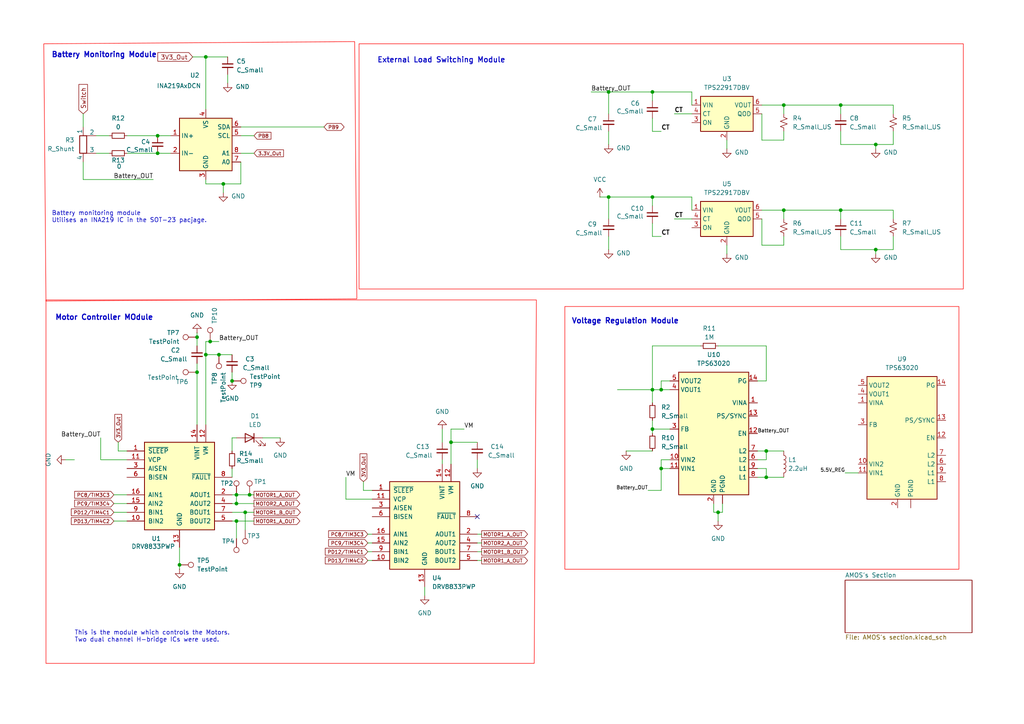
<source format=kicad_sch>
(kicad_sch (version 20250114) (generator "eeschema") (generator_version "9.0")
  (paper "A4")
  (title_block (title "Power Board") (date "2025-03-12") (company "University of Cape Town") (comment 1 "Amos Manganye MNGAMO004") (comment 2 "Nyakallo Peete PTXNYA001"))
  (lib_symbols
    (symbol "Connector:TestPoint" (pin_numbers (hide yes)) (pin_names (offset 0.762) (hide yes))
      (property "Reference" "TP" (at 0 6.858 0))
      (property "Value" "TestPoint" (at 0 5.08 0))
      (symbol "TestPoint_0_1"
        (circle (center 0 3.302) (radius 0.762))
      )
      (symbol "TestPoint_1_1"
        (pin passive line (at 0 0 90) (length 2.54) (name "1") (number "1"))
      )
    )
    (symbol "Device:C_Small" (pin_numbers (hide yes)) (pin_names (offset 0.254) (hide yes))
      (property "Reference" "C" (at 0.254 1.778 0))
      (property "Value" "C_Small" (at 0.254 -2.032 0))
      (symbol "C_Small_0_1"
        (polyline (pts (xy -1.524 0.508) (xy 1.524 0.508)) (stroke (width 0.3048)))
        (polyline (pts (xy -1.524 -0.508) (xy 1.524 -0.508)) (stroke (width 0.3302)))
      )
      (symbol "C_Small_1_1"
        (pin passive line (at 0 2.54 270) (length 2.032) (name "~") (number "1"))
        (pin passive line (at 0 -2.54 90) (length 2.032) (name "~") (number "2"))
      )
    )
    (symbol "Device:L" (pin_numbers (hide yes)) (pin_names (offset 1.016) (hide yes))
      (property "Reference" "L" (at -1.27 0 90))
      (property "Value" "L" (at 1.905 0 90))
      (symbol "L_0_1"
        (arc (start 0 2.54) (mid 0.6323 1.905) (end 0 1.27))
        (arc (start 0 1.27) (mid 0.6323 0.635) (end 0 0))
        (arc (start 0 0) (mid 0.6323 -0.635) (end 0 -1.27))
        (arc (start 0 -1.27) (mid 0.6323 -1.905) (end 0 -2.54))
      )
      (symbol "L_1_1"
        (pin passive line (at 0 3.81 270) (length 1.27) (name "1") (number "1"))
        (pin passive line (at 0 -3.81 90) (length 1.27) (name "2") (number "2"))
      )
    )
    (symbol "Device:LED" (pin_numbers (hide yes)) (pin_names (offset 1.016) (hide yes))
      (property "Reference" "D" (at 0 2.54 0))
      (property "Value" "LED" (at 0 -2.54 0))
      (symbol "LED_0_1"
        (polyline (pts (xy -3.048 -0.762) (xy -4.572 -2.286) (xy -3.81 -2.286) (xy -4.572 -2.286) (xy -4.572 -1.524)))
        (polyline (pts (xy -1.778 -0.762) (xy -3.302 -2.286) (xy -2.54 -2.286) (xy -3.302 -2.286) (xy -3.302 -1.524)))
        (polyline (pts (xy -1.27 0) (xy 1.27 0)))
        (polyline (pts (xy -1.27 -1.27) (xy -1.27 1.27)) (stroke (width 0.254)))
        (polyline (pts (xy 1.27 -1.27) (xy 1.27 1.27) (xy -1.27 0) (xy 1.27 -1.27)) (stroke (width 0.254)))
      )
      (symbol "LED_1_1"
        (pin passive line (at -3.81 0 0) (length 2.54) (name "K") (number "1"))
        (pin passive line (at 3.81 0 180) (length 2.54) (name "A") (number "2"))
      )
    )
    (symbol "Device:R_Shunt" (pin_numbers (hide yes)) (pin_names (offset 0))
      (property "Reference" "R" (at -4.445 0 90))
      (property "Value" "R_Shunt" (at -2.54 0 90))
      (symbol "R_Shunt_0_1"
        (rectangle (start -1.016 -2.54) (end 1.016 2.54) (stroke (width 0.254)))
        (polyline (pts (xy 0 -2.54) (xy 1.27 -2.54)))
        (polyline (pts (xy 1.27 2.54) (xy 0 2.54)))
      )
      (symbol "R_Shunt_1_1"
        (pin passive line (at 0 5.08 270) (length 2.54) (name "1") (number "1"))
        (pin passive line (at 0 -5.08 90) (length 2.54) (name "4") (number "4"))
        (pin passive line (at 3.81 2.54 180) (length 2.54) (name "2") (number "2"))
        (pin passive line (at 3.81 -2.54 180) (length 2.54) (name "3") (number "3"))
      )
    )
    (symbol "Device:R_Small" (pin_numbers (hide yes)) (pin_names (offset 0.254) (hide yes))
      (property "Reference" "R" (at 0.762 0.508 0))
      (property "Value" "R_Small" (at 0.762 -1.016 0))
      (symbol "R_Small_0_1"
        (rectangle (start -0.762 1.778) (end 0.762 -1.778) (stroke (width 0.2032)))
      )
      (symbol "R_Small_1_1"
        (pin passive line (at 0 2.54 270) (length 0.762) (name "~") (number "1"))
        (pin passive line (at 0 -2.54 90) (length 0.762) (name "~") (number "2"))
      )
    )
    (symbol "Device:R_Small_US" (pin_numbers (hide yes)) (pin_names (offset 0.254) (hide yes))
      (property "Reference" "R" (at 0.762 0.508 0))
      (property "Value" "R_Small_US" (at 0.762 -1.016 0))
      (symbol "R_Small_US_1_1"
        (polyline (pts (xy 0 1.524) (xy 1.016 1.143) (xy 0 0.762) (xy -1.016 0.381) (xy 0 0)))
        (polyline (pts (xy 0 0) (xy 1.016 -0.381) (xy 0 -0.762) (xy -1.016 -1.143) (xy 0 -1.524)))
        (pin passive line (at 0 2.54 270) (length 1.016) (name "~") (number "1"))
        (pin passive line (at 0 -2.54 90) (length 1.016) (name "~") (number "2"))
      )
    )
    (symbol "Driver_Motor:DRV8833PWP" (pin_names (offset 1.016))
      (property "Reference" "U" (at -3.81 16.51 0))
      (property "Value" "DRV8833PWP" (at -3.81 13.97 0))
      (symbol "DRV8833PWP_0_1"
        (rectangle (start -10.16 12.7) (end 10.16 -12.7) (stroke (width 0.254)) (fill (type background)))
      )
      (symbol "DRV8833PWP_1_1"
        (pin input line (at -15.24 10.16 0) (length 5.08) (name "~{SLEEP}") (number "1"))
        (pin bidirectional line (at -15.24 7.62 0) (length 5.08) (name "VCP") (number "11"))
        (pin bidirectional line (at -15.24 5.08 0) (length 5.08) (name "AISEN") (number "3"))
        (pin bidirectional line (at -15.24 2.54 0) (length 5.08) (name "BISEN") (number "6"))
        (pin input line (at -15.24 -2.54 0) (length 5.08) (name "AIN1") (number "16"))
        (pin input line (at -15.24 -5.08 0) (length 5.08) (name "AIN2") (number "15"))
        (pin input line (at -15.24 -7.62 0) (length 5.08) (name "BIN1") (number "9"))
        (pin input line (at -15.24 -10.16 0) (length 5.08) (name "BIN2") (number "10"))
        (pin power_in line (at 0 -17.78 90) (length 5.08) (name "GND") (number "13"))
        (pin passive line (at 0 -17.78 90) (length 5.08) (hide yes) (name "GND") (number "17"))
        (pin power_in line (at 5.08 17.78 270) (length 5.08) (name "VINT") (number "14"))
        (pin power_in line (at 7.62 17.78 270) (length 5.08) (name "VM") (number "12"))
        (pin open_collector line (at 15.24 2.54 180) (length 5.08) (name "~{FAULT}") (number "8"))
        (pin power_out line (at 15.24 -2.54 180) (length 5.08) (name "AOUT1") (number "2"))
        (pin power_out line (at 15.24 -5.08 180) (length 5.08) (name "AOUT2") (number "4"))
        (pin power_out line (at 15.24 -7.62 180) (length 5.08) (name "BOUT1") (number "7"))
        (pin power_out line (at 15.24 -10.16 180) (length 5.08) (name "BOUT2") (number "5"))
      )
    )
    (symbol "Power_Management:TPS22917DBV"
      (property "Reference" "U" (at -6.35 6.35 0))
      (property "Value" "TPS22917DBV" (at 2.54 6.35 0))
      (symbol "TPS22917DBV_0_1"
        (rectangle (start -7.62 5.08) (end 7.62 -5.08) (stroke (width 0.254)) (fill (type background)))
      )
      (symbol "TPS22917DBV_1_1"
        (pin power_in line (at -10.16 2.54 0) (length 2.54) (name "VIN") (number "1"))
        (pin output line (at -10.16 0 0) (length 2.54) (name "CT") (number "4"))
        (pin input line (at -10.16 -2.54 0) (length 2.54) (name "ON") (number "3"))
        (pin power_in line (at 0 -7.62 90) (length 2.54) (name "GND") (number "2"))
        (pin power_out line (at 10.16 2.54 180) (length 2.54) (name "VOUT") (number "6"))
        (pin open_collector line (at 10.16 0 180) (length 2.54) (name "QOD") (number "5"))
      )
    )
    (symbol "Sensor_Energy:INA219AxDCN"
      (property "Reference" "U" (at -6.35 8.89 0))
      (property "Value" "INA219AxDCN" (at 6.35 8.89 0))
      (symbol "INA219AxDCN_0_1"
        (rectangle (start -7.62 7.62) (end 7.62 -7.62) (stroke (width 0.254)) (fill (type background)))
      )
      (symbol "INA219AxDCN_1_1"
        (pin input line (at -10.16 2.54 0) (length 2.54) (name "IN+") (number "1"))
        (pin input line (at -10.16 -2.54 0) (length 2.54) (name "IN-") (number "2"))
        (pin power_in line (at 0 10.16 270) (length 2.54) (name "VS") (number "4"))
        (pin power_in line (at 0 -10.16 90) (length 2.54) (name "GND") (number "3"))
        (pin bidirectional line (at 10.16 5.08 180) (length 2.54) (name "SDA") (number "6"))
        (pin input line (at 10.16 2.54 180) (length 2.54) (name "SCL") (number "5"))
        (pin input line (at 10.16 -2.54 180) (length 2.54) (name "A1") (number "8"))
        (pin input line (at 10.16 -5.08 180) (length 2.54) (name "A0") (number "7"))
      )
    )
    (symbol "TPS43060RTE_1"
      (property "Reference" "U9" (at 0 22.86 0))
      (property "Value" "TPS63020" (at 0 20.32 0))
      (symbol "TPS43060RTE_1_1_1"
        (rectangle (start -10.16 17.78) (end 10.16 -17.78) (stroke (width 0.254)) (fill (type background)))
        (pin output line (at -12.7 15.24 0) (length 2.54) (name "VOUT2") (number "5"))
        (pin output line (at -12.7 12.7 0) (length 2.54) (name "VOUT1") (number "4"))
        (pin power_in line (at -12.7 10.16 0) (length 2.54) (name "VINA") (number "1"))
        (pin input line (at -12.7 3.81 0) (length 2.54) (name "FB") (number "3"))
        (pin input line (at -12.7 -7.62 0) (length 2.54) (name "VIN2") (number "10"))
        (pin power_in line (at -12.7 -10.16 0) (length 2.54) (name "VIN1") (number "11"))
        (pin unspecified line (at -1.27 -20.32 90) (length 2.54) (name "GND") (number "2"))
        (pin passive line (at 0 -20.32 90) (length 2.54) (hide yes) (name "AGND") (number "17"))
        (pin unspecified line (at 2.54 -20.32 90) (length 2.54) (name "PGND") (number ""))
        (pin output line (at 12.7 15.24 180) (length 2.54) (name "PG") (number "14"))
        (pin input line (at 12.7 5.08 180) (length 2.54) (name "PS/SYNC") (number "13"))
        (pin input line (at 12.7 0 180) (length 2.54) (name "EN") (number "12"))
        (pin input line (at 12.7 -5.08 180) (length 2.54) (name "L2") (number "7"))
        (pin input line (at 12.7 -7.62 180) (length 2.54) (name "L2") (number "6"))
        (pin input line (at 12.7 -10.16 180) (length 2.54) (name "L1") (number "9"))
        (pin input line (at 12.7 -12.7 180) (length 2.54) (name "L1") (number "8"))
      )
    )
    (symbol "TPS43060RTE_2"
      (property "Reference" "U10" (at 0 22.86 0))
      (property "Value" "TPS63020" (at 0 20.32 0))
      (symbol "TPS43060RTE_2_1_1"
        (rectangle (start -10.16 17.78) (end 10.16 -17.78) (stroke (width 0.254)) (fill (type background)))
        (pin output line (at -12.7 15.24 0) (length 2.54) (name "VOUT2") (number "5"))
        (pin output line (at -12.7 12.7 0) (length 2.54) (name "VOUT1") (number "4"))
        (pin input line (at -12.7 1.27 0) (length 2.54) (name "FB") (number "3"))
        (pin input line (at -12.7 -7.62 0) (length 2.54) (name "VIN2") (number "10"))
        (pin power_in line (at -12.7 -10.16 0) (length 2.54) (name "VIN1") (number "11"))
        (pin passive line (at 0 -20.32 90) (length 2.54) (hide yes) (name "AGND") (number "17"))
        (pin unspecified line (at 0 -20.32 90) (length 2.54) (name "GND") (number "2"))
        (pin unspecified line (at 2.54 -20.32 90) (length 2.54) (name "PGND") (number ""))
        (pin output line (at 12.7 15.24 180) (length 2.54) (name "PG") (number "14"))
        (pin power_in line (at 12.7 8.89 180) (length 2.54) (name "VINA") (number "1"))
        (pin input line (at 12.7 5.08 180) (length 2.54) (name "PS/SYNC") (number "13"))
        (pin input line (at 12.7 0 180) (length 2.54) (name "EN") (number "12"))
        (pin input line (at 12.7 -5.08 180) (length 2.54) (name "L2") (number "7"))
        (pin input line (at 12.7 -7.62 180) (length 2.54) (name "L2") (number "6"))
        (pin input line (at 12.7 -10.16 180) (length 2.54) (name "L1") (number "9"))
        (pin input line (at 12.7 -12.7 180) (length 2.54) (name "L1") (number "8"))
      )
    )
    (symbol "power:GND" (power) (pin_numbers (hide yes)) (pin_names (offset 0) (hide yes))
      (property "Value" "GND" (at 0 -3.81 0))
      (symbol "GND_0_1"
        (polyline (pts (xy 0 0) (xy 0 -1.27) (xy 1.27 -1.27) (xy 0 -2.54) (xy -1.27 -1.27) (xy 0 -1.27)))
      )
      (symbol "GND_1_1"
        (pin power_in line (at 0 0 270) (length 0) (name "~") (number "1"))
      )
    )
    (symbol "power:VCC" (power) (pin_numbers (hide yes)) (pin_names (offset 0) (hide yes))
      (property "Value" "VCC" (at 0 3.556 0))
      (symbol "VCC_0_1"
        (polyline (pts (xy -0.762 1.27) (xy 0 2.54)))
        (polyline (pts (xy 0 2.54) (xy 0.762 1.27)))
        (polyline (pts (xy 0 0) (xy 0 2.54)))
      )
      (symbol "VCC_1_1"
        (pin power_in line (at 0 0 90) (length 0) (name "~") (number "1"))
      )
    )
  )
  (text "Battery Monitoring Module" (at 30.226 16.002 0) (effects (font (size 1.524 1.524) (thickness 0.3048) (bold yes))))
  (text "Battery monitoring module\nUtilises an INA219 IC in the SOT-23 pacjage.\n" (at 14.986 61.214 0) (effects (font (size 1.27 1.27)) (justify left top)))
  (text "External Load Switching Module" (at 128.016 17.526 0) (effects (font (size 1.524 1.524) (thickness 0.254) (bold yes))))
  (text "This is the module which controls the Motors. \nTwo dual channel H-bridge ICs were used." (at 21.59 182.88 0) (effects (font (size 1.27 1.27)) (justify left top)))
  (text "Voltage Regulation Module" (at 181.356 93.218 0) (effects (font (size 1.524 1.524) (thickness 0.3048) (bold yes))))
  (text "Motor Controller MOdule" (at 30.226 92.202 0) (effects (font (size 1.524 1.524) (thickness 0.3048) (bold yes))))
  (junction (at 227.33 60.96))
  (junction (at 243.84 30.48))
  (junction (at 72.39 143.51))
  (junction (at 57.15 97.79))
  (junction (at 67.31 110.49))
  (junction (at 189.23 57.15))
  (junction (at 254 72.39))
  (junction (at 189.23 113.03))
  (junction (at 222.25 138.43))
  (junction (at 71.12 148.59))
  (junction (at 68.58 151.13))
  (junction (at 52.07 163.83))
  (junction (at 45.72 39.37))
  (junction (at 176.53 57.15))
  (junction (at 227.33 30.48))
  (junction (at 45.72 44.45))
  (junction (at 189.23 26.67))
  (junction (at 59.69 16.51))
  (junction (at 130.81 128.27))
  (junction (at 68.58 143.51))
  (junction (at 176.53 26.67))
  (junction (at 191.77 113.03))
  (junction (at 68.58 146.05))
  (junction (at 191.77 135.89))
  (junction (at 254 41.91))
  (junction (at 57.15 107.95))
  (junction (at 63.5 102.87))
  (junction (at 64.77 53.34))
  (junction (at 243.84 60.96))
  (junction (at 60.96 99.06))
  (junction (at 189.23 124.46))
  (junction (at 59.69 102.87))
  (junction (at 222.25 130.81))
  (junction (at 208.28 148.59))
  (no_connect (at 138.43 149.86))
  (wire (pts (xy 36.83 39.37) (xy 45.72 39.37)))
  (wire (pts (xy 220.98 60.96) (xy 227.33 60.96)))
  (wire (pts (xy 243.84 38.1) (xy 243.84 41.91)))
  (wire (pts (xy 219.71 130.81) (xy 222.25 130.81)))
  (wire (pts (xy 189.23 26.67) (xy 189.23 29.21)))
  (wire (pts (xy 194.31 124.46) (xy 189.23 124.46)))
  (wire (pts (xy 208.28 148.59) (xy 207.01 148.59)))
  (wire (pts (xy 68.58 146.05) (xy 73.66 146.05)))
  (wire (pts (xy 67.31 143.51) (xy 68.58 143.51)))
  (wire (pts (xy 220.98 30.48) (xy 227.33 30.48)))
  (wire (pts (xy 34.29 130.81) (xy 36.83 130.81)))
  (wire (pts (xy 59.69 99.06) (xy 59.69 102.87)))
  (wire (pts (xy 130.81 128.27) (xy 138.43 128.27)))
  (wire (pts (xy 44.45 52.07) (xy 24.13 52.07)))
  (wire (pts (xy 259.08 30.48) (xy 259.08 33.02)))
  (wire (pts (xy 52.07 158.75) (xy 52.07 163.83)))
  (wire (pts (xy 203.2 100.33) (xy 189.23 100.33)))
  (wire (pts (xy 189.23 26.67) (xy 200.66 26.67)))
  (wire (pts (xy 67.31 146.05) (xy 68.58 146.05)))
  (wire (pts (xy 171.45 26.67) (xy 176.53 26.67)))
  (wire (pts (xy 210.82 40.64) (xy 210.82 43.18)))
  (wire (pts (xy 33.02 143.51) (xy 36.83 143.51)))
  (wire (pts (xy 60.96 99.06) (xy 63.5 99.06)))
  (wire (pts (xy 219.71 138.43) (xy 222.25 138.43)))
  (wire (pts (xy 259.08 68.58) (xy 259.08 72.39)))
  (wire (pts (xy 259.08 72.39) (xy 254 72.39)))
  (wire (pts (xy 24.13 33.02) (xy 24.13 36.83)))
  (wire (pts (xy 189.23 64.77) (xy 189.23 68.58)))
  (wire (pts (xy 245.11 137.16) (xy 248.92 137.16)))
  (wire (pts (xy 208.28 151.13) (xy 208.28 148.59)))
  (wire (pts (xy 243.84 72.39) (xy 254 72.39)))
  (wire (pts (xy 222.25 130.81) (xy 222.25 133.35)))
  (wire (pts (xy 191.77 113.03) (xy 194.31 113.03)))
  (wire (pts (xy 67.31 127) (xy 67.31 130.81)))
  (wire (pts (xy 189.23 100.33) (xy 189.23 113.03)))
  (wire (pts (xy 67.31 148.59) (xy 71.12 148.59)))
  (wire (pts (xy 68.58 156.21) (xy 68.58 151.13)))
  (wire (pts (xy 57.15 105.41) (xy 57.15 107.95)))
  (wire (pts (xy 138.43 133.35) (xy 138.43 135.89)))
  (wire (pts (xy 59.69 52.07) (xy 59.69 53.34)))
  (wire (pts (xy 189.23 34.29) (xy 189.23 38.1)))
  (wire (pts (xy 210.82 71.12) (xy 210.82 73.66)))
  (wire (pts (xy 189.23 38.1) (xy 191.77 38.1)))
  (wire (pts (xy 128.27 124.46) (xy 128.27 128.27)))
  (wire (pts (xy 69.85 36.83) (xy 93.98 36.83)))
  (wire (pts (xy 59.69 16.51) (xy 66.04 16.51)))
  (wire (pts (xy 27.94 39.37) (xy 31.75 39.37)))
  (wire (pts (xy 191.77 135.89) (xy 194.31 135.89)))
  (wire (pts (xy 71.12 153.67) (xy 71.12 148.59)))
  (wire (pts (xy 259.08 60.96) (xy 259.08 63.5)))
  (wire (pts (xy 29.21 127) (xy 29.21 133.35)))
  (wire (pts (xy 138.43 160.02) (xy 139.7 160.02)))
  (wire (pts (xy 189.23 121.92) (xy 189.23 124.46)))
  (wire (pts (xy 106.68 154.94) (xy 107.95 154.94)))
  (wire (pts (xy 259.08 41.91) (xy 254 41.91)))
  (wire (pts (xy 34.29 128.27) (xy 34.29 130.81)))
  (wire (pts (xy 176.53 38.1) (xy 176.53 41.91)))
  (wire (pts (xy 27.94 44.45) (xy 31.75 44.45)))
  (wire (pts (xy 189.23 68.58) (xy 191.77 68.58)))
  (wire (pts (xy 191.77 135.89) (xy 191.77 142.24)))
  (wire (pts (xy 259.08 38.1) (xy 259.08 41.91)))
  (wire (pts (xy 24.13 52.07) (xy 24.13 46.99)))
  (wire (pts (xy 33.02 146.05) (xy 36.83 146.05)))
  (wire (pts (xy 138.43 154.94) (xy 139.7 154.94)))
  (wire (pts (xy 69.85 44.45) (xy 73.66 44.45)))
  (wire (pts (xy 220.98 40.64) (xy 227.33 40.64)))
  (wire (pts (xy 220.98 63.5) (xy 220.98 71.12)))
  (wire (pts (xy 243.84 30.48) (xy 259.08 30.48)))
  (wire (pts (xy 123.19 170.18) (xy 123.19 172.72)))
  (wire (pts (xy 209.55 146.05) (xy 209.55 148.59)))
  (wire (pts (xy 227.33 40.64) (xy 227.33 38.1)))
  (wire (pts (xy 67.31 107.95) (xy 67.31 110.49)))
  (wire (pts (xy 106.68 162.56) (xy 107.95 162.56)))
  (wire (pts (xy 100.33 138.43) (xy 100.33 144.78)))
  (wire (pts (xy 59.69 16.51) (xy 59.69 31.75)))
  (wire (pts (xy 100.33 144.78) (xy 107.95 144.78)))
  (wire (pts (xy 243.84 60.96) (xy 259.08 60.96)))
  (wire (pts (xy 33.02 151.13) (xy 36.83 151.13)))
  (wire (pts (xy 220.98 33.02) (xy 220.98 40.64)))
  (wire (pts (xy 243.84 41.91) (xy 254 41.91)))
  (wire (pts (xy 176.53 68.58) (xy 176.53 72.39)))
  (wire (pts (xy 227.33 71.12) (xy 227.33 68.58)))
  (wire (pts (xy 191.77 133.35) (xy 191.77 135.89)))
  (wire (pts (xy 219.71 135.89) (xy 222.25 135.89)))
  (wire (pts (xy 59.69 53.34) (xy 64.77 53.34)))
  (wire (pts (xy 195.58 33.02) (xy 200.66 33.02)))
  (wire (pts (xy 176.53 57.15) (xy 189.23 57.15)))
  (wire (pts (xy 57.15 96.52) (xy 57.15 97.79)))
  (wire (pts (xy 189.23 113.03) (xy 189.23 116.84)))
  (wire (pts (xy 227.33 30.48) (xy 243.84 30.48)))
  (wire (pts (xy 64.77 53.34) (xy 69.85 53.34)))
  (wire (pts (xy 191.77 110.49) (xy 194.31 110.49)))
  (wire (pts (xy 189.23 124.46) (xy 189.23 125.73)))
  (wire (pts (xy 222.25 110.49) (xy 222.25 100.33)))
  (wire (pts (xy 105.41 142.24) (xy 107.95 142.24)))
  (wire (pts (xy 33.02 148.59) (xy 36.83 148.59)))
  (wire (pts (xy 59.69 102.87) (xy 59.69 123.19)))
  (wire (pts (xy 59.69 99.06) (xy 60.96 99.06)))
  (wire (pts (xy 219.71 110.49) (xy 222.25 110.49)))
  (wire (pts (xy 179.07 113.03) (xy 189.23 113.03)))
  (wire (pts (xy 57.15 97.79) (xy 57.15 100.33)))
  (wire (pts (xy 138.43 162.56) (xy 139.7 162.56)))
  (wire (pts (xy 67.31 127) (xy 68.58 127)))
  (wire (pts (xy 106.68 160.02) (xy 107.95 160.02)))
  (wire (pts (xy 254 72.39) (xy 254 73.66)))
  (wire (pts (xy 220.98 71.12) (xy 227.33 71.12)))
  (wire (pts (xy 128.27 133.35) (xy 128.27 134.62)))
  (wire (pts (xy 195.58 63.5) (xy 200.66 63.5)))
  (wire (pts (xy 19.05 133.35) (xy 21.59 133.35)))
  (wire (pts (xy 130.81 124.46) (xy 134.62 124.46)))
  (wire (pts (xy 187.96 142.24) (xy 191.77 142.24)))
  (wire (pts (xy 76.2 127) (xy 81.28 127)))
  (wire (pts (xy 69.85 46.99) (xy 69.85 53.34)))
  (wire (pts (xy 200.66 26.67) (xy 200.66 30.48)))
  (wire (pts (xy 68.58 151.13) (xy 73.66 151.13)))
  (wire (pts (xy 64.77 55.88) (xy 64.77 53.34)))
  (wire (pts (xy 243.84 33.02) (xy 243.84 30.48)))
  (wire (pts (xy 36.83 44.45) (xy 45.72 44.45)))
  (wire (pts (xy 227.33 63.5) (xy 227.33 60.96)))
  (wire (pts (xy 173.99 57.15) (xy 176.53 57.15)))
  (wire (pts (xy 191.77 133.35) (xy 194.31 133.35)))
  (wire (pts (xy 207.01 146.05) (xy 207.01 148.59)))
  (wire (pts (xy 189.23 57.15) (xy 200.66 57.15)))
  (wire (pts (xy 72.39 143.51) (xy 73.66 143.51)))
  (wire (pts (xy 227.33 60.96) (xy 243.84 60.96)))
  (wire (pts (xy 243.84 68.58) (xy 243.84 72.39)))
  (wire (pts (xy 138.43 157.48) (xy 139.7 157.48)))
  (wire (pts (xy 105.41 139.7) (xy 105.41 142.24)))
  (wire (pts (xy 45.72 39.37) (xy 49.53 39.37)))
  (wire (pts (xy 200.66 57.15) (xy 200.66 60.96)))
  (wire (pts (xy 176.53 57.15) (xy 176.53 63.5)))
  (wire (pts (xy 68.58 143.51) (xy 68.58 146.05)))
  (wire (pts (xy 227.33 138.43) (xy 222.25 138.43)))
  (wire (pts (xy 57.15 107.95) (xy 57.15 123.19)))
  (wire (pts (xy 71.12 148.59) (xy 73.66 148.59)))
  (wire (pts (xy 68.58 143.51) (xy 72.39 143.51)))
  (wire (pts (xy 219.71 133.35) (xy 222.25 133.35)))
  (wire (pts (xy 176.53 26.67) (xy 176.53 33.02)))
  (wire (pts (xy 189.23 113.03) (xy 191.77 113.03)))
  (wire (pts (xy 59.69 102.87) (xy 63.5 102.87)))
  (wire (pts (xy 222.25 135.89) (xy 222.25 138.43)))
  (wire (pts (xy 52.07 163.83) (xy 52.07 165.1)))
  (wire (pts (xy 45.72 44.45) (xy 49.53 44.45)))
  (wire (pts (xy 55.88 16.51) (xy 59.69 16.51)))
  (wire (pts (xy 106.68 157.48) (xy 107.95 157.48)))
  (wire (pts (xy 189.23 130.81) (xy 181.61 130.81)))
  (wire (pts (xy 176.53 26.67) (xy 189.23 26.67)))
  (wire (pts (xy 69.85 39.37) (xy 73.66 39.37)))
  (wire (pts (xy 209.55 148.59) (xy 208.28 148.59)))
  (wire (pts (xy 243.84 63.5) (xy 243.84 60.96)))
  (wire (pts (xy 130.81 128.27) (xy 130.81 134.62)))
  (wire (pts (xy 222.25 130.81) (xy 227.33 130.81)))
  (wire (pts (xy 63.5 102.87) (xy 67.31 102.87)))
  (wire (pts (xy 227.33 33.02) (xy 227.33 30.48)))
  (wire (pts (xy 191.77 110.49) (xy 191.77 113.03)))
  (wire (pts (xy 29.21 133.35) (xy 36.83 133.35)))
  (wire (pts (xy 254 41.91) (xy 254 43.18)))
  (wire (pts (xy 222.25 100.33) (xy 208.28 100.33)))
  (wire (pts (xy 189.23 57.15) (xy 189.23 59.69)))
  (wire (pts (xy 67.31 151.13) (xy 68.58 151.13)))
  (wire (pts (xy 67.31 135.89) (xy 67.31 138.43)))
  (wire (pts (xy 66.04 21.59) (xy 66.04 24.13)))
  (wire (pts (xy 130.81 124.46) (xy 130.81 128.27)))
  (label "5.5V_REG" (at 245.11 137.16 180) (effects (font (size 1.016 1.016))))
  (label "Battery_OUT" (at 219.71 125.73 0) (effects (font (size 1.016 1.016))))
  (label "Battery_OUT" (at 187.96 142.24 180) (effects (font (size 1.016 1.016))))
  (label "CT" (at 195.58 33.02 0) (effects (font (thickness 0.254) (bold yes))))
  (label "CT" (at 191.77 38.1 0) (effects (font (thickness 0.254) (bold yes))))
  (label "CT" (at 195.58 63.5 0) (effects (font (thickness 0.254) (bold yes))))
  (label "Battery_OUT" (at 44.45 52.07 180))
  (label "Battery_OUT" (at 63.5 99.06 0))
  (label "VM" (at 100.33 138.43 0))
  (label "Battery_OUT" (at 171.45 26.67 0))
  (label "VM" (at 134.62 124.46 0))
  (label "Battery_OUT" (at 29.21 127 180))
  (label "CT" (at 191.77 68.58 0) (effects (font (thickness 0.254) (bold yes))))
  (global_label "PB9" (shape bidirectional) (at 93.98 36.83 0) (effects (font (size 1.016 1.016))) (property "Intersheetrefs" "${INTERSHEET_REFS}" (effects (hide yes))))
  (global_label "MOTOR2_A_OUT" (shape output) (at 73.66 146.05 0) (effects (font (size 1.016 1.016))) (property "Intersheetrefs" "${INTERSHEET_REFS}" (effects (hide yes))))
  (global_label "PC9{slash}TIM3C4" (shape input) (at 33.02 146.05 180) (effects (font (size 1.016 1.016))) (property "Intersheetrefs" "${INTERSHEET_REFS}" (effects (hide yes))))
  (global_label "PC9{slash}TIM3C4" (shape input) (at 106.68 157.48 180) (effects (font (size 1.016 1.016))) (property "Intersheetrefs" "${INTERSHEET_REFS}" (effects (hide yes))))
  (global_label "PC8{slash}TIM3C3" (shape input) (at 33.02 143.51 180) (effects (font (size 1.016 1.016))) (property "Intersheetrefs" "${INTERSHEET_REFS}" (effects (hide yes))))
  (global_label "PD13{slash}TIM4C2" (shape input) (at 106.68 162.56 180) (effects (font (size 1.016 1.016))) (property "Intersheetrefs" "${INTERSHEET_REFS}" (effects (hide yes))))
  (global_label "PB8" (shape input) (at 73.66 39.37 0) (effects (font (size 1.016 1.016))) (property "Intersheetrefs" "${INTERSHEET_REFS}" (effects (hide yes))))
  (global_label "3.3V_Out" (shape input) (at 73.66 44.45 0) (effects (font (size 1.016 1.016))) (property "Intersheetrefs" "${INTERSHEET_REFS}" (effects (hide yes))))
  (global_label "Switch" (shape input) (at 24.13 33.02 90) (property "Intersheetrefs" "${INTERSHEET_REFS}" (effects (hide yes))))
  (global_label "MOTOR2_A_OUT" (shape output) (at 139.7 157.48 0) (effects (font (size 1.016 1.016))) (property "Intersheetrefs" "${INTERSHEET_REFS}" (effects (hide yes))))
  (global_label "MOTOR1_A_OUT" (shape output) (at 73.66 143.51 0) (effects (font (size 1.016 1.016))) (property "Intersheetrefs" "${INTERSHEET_REFS}" (effects (hide yes))))
  (global_label "3V3_Out" (shape input) (at 34.29 128.27 90) (effects (font (size 1.016 1.016))) (property "Intersheetrefs" "${INTERSHEET_REFS}" (effects (hide yes))))
  (global_label "PD12{slash}TIM4C1" (shape input) (at 33.02 148.59 180) (effects (font (size 1.016 1.016))) (property "Intersheetrefs" "${INTERSHEET_REFS}" (effects (hide yes))))
  (global_label "PD12{slash}TIM4C1" (shape input) (at 106.68 160.02 180) (effects (font (size 1.016 1.016))) (property "Intersheetrefs" "${INTERSHEET_REFS}" (effects (hide yes))))
  (global_label "PD13{slash}TIM4C2" (shape input) (at 33.02 151.13 180) (effects (font (size 1.016 1.016))) (property "Intersheetrefs" "${INTERSHEET_REFS}" (effects (hide yes))))
  (global_label "MOTOR1_A_OUT" (shape output) (at 139.7 162.56 0) (effects (font (size 1.016 1.016))) (property "Intersheetrefs" "${INTERSHEET_REFS}" (effects (hide yes))))
  (global_label "PC8{slash}TIM3C3" (shape input) (at 106.68 154.94 180) (effects (font (size 1.016 1.016))) (property "Intersheetrefs" "${INTERSHEET_REFS}" (effects (hide yes))))
  (global_label "3V3_Out" (shape input) (at 105.41 139.7 90) (effects (font (size 1.016 1.016))) (property "Intersheetrefs" "${INTERSHEET_REFS}" (effects (hide yes))))
  (global_label "MOTOR1_B_OUT" (shape output) (at 73.66 148.59 0) (effects (font (size 1.016 1.016))) (property "Intersheetrefs" "${INTERSHEET_REFS}" (effects (hide yes))))
  (global_label "MOTOR1_A_OUT" (shape output) (at 139.7 154.94 0) (effects (font (size 1.016 1.016))) (property "Intersheetrefs" "${INTERSHEET_REFS}" (effects (hide yes))))
  (global_label "MOTOR1_B_OUT" (shape output) (at 139.7 160.02 0) (effects (font (size 1.016 1.016))) (property "Intersheetrefs" "${INTERSHEET_REFS}" (effects (hide yes))))
  (global_label "MOTOR1_A_OUT" (shape output) (at 73.66 151.13 0) (effects (font (size 1.016 1.016))) (property "Intersheetrefs" "${INTERSHEET_REFS}" (effects (hide yes))))
  (global_label "3V3_Out" (shape input) (at 55.88 16.51 180) (property "Intersheetrefs" "${INTERSHEET_REFS}" (effects (hide yes))))
  (rule_area (polyline (pts (xy 13.335 87.3124) (xy 103.505 86.6774) (xy 102.87 12.065) (xy 12.7 12.7))))
  (rule_area (polyline (pts (xy 13.335 192.405) (xy 93.345 192.405) (xy 154.94 192.405) (xy 155.575 86.995) (xy 92.075 86.995) (xy 13.335 86.995) (xy 13.335 112.395))))
  (rule_area (polyline (pts (xy 163.83 88.9) (xy 278.13 88.9) (xy 278.13 162.56) (xy 278.13 165.1) (xy 163.83 165.1) (xy 163.83 90.17))))
  (rule_area (polyline (pts (xy 104.14 12.7) (xy 104.14 83.82) (xy 279.4 83.82) (xy 279.4 12.7) (xy 278.13 12.7))))
  (symbol (lib_id "power:GND") (at 64.77 55.88 0) (unit 1)
    (property "Reference" "#PWR012" (effects (hide yes)))
    (property "Value" "GND" (at 69.088 56.896 0))
    (property "Description" "Power symbol creates a global label with name \"GND\" , ground" (effects (hide yes)))
  )
  (symbol (lib_id "power:GND") (at 67.31 110.49 0) (unit 1)
    (property "Reference" "#PWR09" (effects (hide yes)))
    (property "Value" "GND" (at 67.31 115.57 0))
    (property "Description" "Power symbol creates a global label with name \"GND\" , ground" (effects (hide yes)))
  )
  (symbol (lib_id "Power_Management:TPS22917DBV") (at 210.82 63.5 0) (unit 1)
    (property "Reference" "U5" (at 210.82 53.34 0))
    (property "Value" "TPS22917DBV" (at 210.82 55.88 0))
    (property "Footprint" "Package_TO_SOT_SMD:SOT-23-6" (effects (hide yes)))
    (property "Datasheet" "http://www.ti.com/lit/ds/symlink/tps22917.pdf" (effects (hide yes)))
    (property "Description" "1V to 5.5V, 2A, 80mΩ Ultra-Low Leakage Load Switch, SOT23-6" (effects (hide yes)))
  )
  (symbol (lib_id "Device:R_Small") (at 34.29 39.37 90) (unit 1)
    (property "Reference" "R12" (at 34.29 34.29 90))
    (property "Value" "0" (at 34.29 36.83 90))
    (property "Description" "Resistor, small symbol" (effects (hide yes)))
  )
  (symbol (lib_id "power:GND") (at 128.27 124.46 180) (unit 1)
    (property "Reference" "#PWR023" (effects (hide yes)))
    (property "Value" "GND" (at 128.27 119.38 0))
    (property "Description" "Power symbol creates a global label with name \"GND\" , ground" (effects (hide yes)))
  )
  (symbol (lib_id "Device:C_Small") (at 67.31 105.41 0) (unit 1)
    (property "Reference" "C3" (at 71.12 104.14 0) (effects (justify left)))
    (property "Value" "C_Small" (at 70.358 106.68 0) (effects (justify left)))
    (property "Description" "Unpolarized capacitor, small symbol" (effects (hide yes)))
  )
  (symbol (lib_id "Device:L") (at 227.33 134.62 0) (unit 1)
    (property "Reference" "L1" (at 228.6 133.3499 0) (effects (justify left)))
    (property "Value" "2.2uH" (at 228.6 135.8899 0) (effects (justify left)))
    (property "Description" "Inductor" (effects (hide yes)))
  )
  (symbol (lib_id "Connector:TestPoint") (at 71.12 153.67 180) (unit 1)
    (property "Reference" "TP3" (at 75.438 155.448 0) (effects (justify left)))
    (property "Value" "TestPoint" (effects (hide yes)))
    (property "Description" "test point" (effects (hide yes)))
  )
  (symbol (lib_id "Connector:TestPoint") (at 60.96 99.06 0) (mirror y) (unit 1)
    (property "Reference" "TP10" (at 62.2301 93.98 90) (effects (justify left)))
    (property "Value" "TestPoint" (effects (hide yes)))
    (property "Description" "test point" (effects (hide yes)))
  )
  (symbol (lib_name "TPS43060RTE_2") (lib_id "Converter_DCDC:TPS43060RTE") (at 207.01 125.73 0) (unit 1)
    (property "Reference" "U10" (at 207.01 102.87 0))
    (property "Value" "TPS63020" (at 207.01 105.41 0))
    (property "Footprint" "Package_DFN_QFN:Texas_S-PWQFN-N16_EP1.2x0.8mm_ThermalVias" (effects (hide yes)))
    (property "Datasheet" "chrome-https://jlcpcb.com/api/file/downloadByFileSystemAccessId/8588881940225540096" (effects (hide yes)))
    (property "Description" "Low Quiescent Current Synchronous Boost DC-DC Controller, 7.5V Gate Driver,  Input 4.5 to 38V, Output Vin to 58V, WQFN-16" (effects (hide yes)))
    (property "LCSC" "C15483" (effects (hide yes)))
  )
  (symbol (lib_id "Connector:TestPoint") (at 57.15 107.95 90) (unit 1)
    (property "Reference" "TP6" (at 52.832 110.744 90))
    (property "Value" "TestPoint" (at 47.244 109.474 90))
    (property "Description" "test point" (effects (hide yes)))
  )
  (symbol (lib_id "Device:R_Small_US") (at 227.33 66.04 0) (unit 1)
    (property "Reference" "R6" (at 229.87 64.7699 0) (effects (justify left)))
    (property "Value" "R_Small_US" (at 229.87 67.3099 0) (effects (justify left)))
    (property "Description" "Resistor, small US symbol" (effects (hide yes)))
  )
  (symbol (lib_id "power:GND") (at 52.07 165.1 0) (unit 1)
    (property "Reference" "#PWR01" (effects (hide yes)))
    (property "Value" "GND" (at 52.07 170.18 0))
    (property "Description" "Power symbol creates a global label with name \"GND\" , ground" (effects (hide yes)))
  )
  (symbol (lib_id "Device:R_Small") (at 189.23 128.27 0) (unit 1)
    (property "Reference" "R10" (at 191.77 126.9999 0) (effects (justify left)))
    (property "Value" "R_Small" (at 191.77 129.5399 0) (effects (justify left)))
    (property "Description" "Resistor, small symbol" (effects (hide yes)))
  )
  (symbol (lib_id "Connector:TestPoint") (at 68.58 143.51 0) (unit 1)
    (property "Reference" "TP2" (at 64.008 140.208 0) (effects (justify left)))
    (property "Value" "TestPoint" (effects (hide yes)))
    (property "Description" "test point" (effects (hide yes)))
  )
  (symbol (lib_id "Connector:TestPoint") (at 72.39 143.51 0) (unit 1)
    (property "Reference" "TP1" (at 73.66 139.7 0) (effects (justify left)))
    (property "Value" "TestPoint" (effects (hide yes)))
    (property "Description" "test point" (effects (hide yes)))
  )
  (symbol (lib_id "power:GND") (at 66.04 24.13 0) (unit 1)
    (property "Reference" "#PWR010" (effects (hide yes)))
    (property "Value" "GND" (at 70.358 25.146 0))
    (property "Description" "Power symbol creates a global label with name \"GND\" , ground" (effects (hide yes)))
  )
  (symbol (lib_id "power:VCC") (at 173.99 57.15 0) (unit 1)
    (property "Reference" "#PWR017" (effects (hide yes)))
    (property "Value" "VCC" (at 173.99 52.07 0))
    (property "Description" "Power symbol creates a global label with name \"VCC\"" (effects (hide yes)))
  )
  (symbol (lib_id "Device:C_Small") (at 128.27 130.81 0) (unit 1)
    (property "Reference" "C13" (at 120.65 129.5462 0) (effects (justify left)))
    (property "Value" "C_Small" (at 117.602 132.08 0) (effects (justify left)))
    (property "Description" "Unpolarized capacitor, small symbol" (effects (hide yes)))
  )
  (symbol (lib_id "Device:C_Small") (at 66.04 19.05 0) (unit 1)
    (property "Reference" "C5" (at 68.58 17.7862 0) (effects (justify left)))
    (property "Value" "C_Small" (at 68.58 20.3262 0) (effects (justify left)))
    (property "Description" "Unpolarized capacitor, small symbol" (effects (hide yes)))
  )
  (symbol (lib_id "Device:R_Small_US") (at 259.08 66.04 0) (unit 1)
    (property "Reference" "R7" (at 261.62 64.7699 0) (effects (justify left)))
    (property "Value" "R_Small_US" (at 261.62 67.3099 0) (effects (justify left)))
    (property "Description" "Resistor, small US symbol" (effects (hide yes)))
  )
  (symbol (lib_id "Device:R_Small_US") (at 259.08 35.56 0) (unit 1)
    (property "Reference" "R5" (at 261.62 34.2899 0) (effects (justify left)))
    (property "Value" "R_Small_US" (at 261.62 36.8299 0) (effects (justify left)))
    (property "Description" "Resistor, small US symbol" (effects (hide yes)))
  )
  (symbol (lib_id "Device:R_Small") (at 205.74 100.33 90) (unit 1)
    (property "Reference" "R11" (at 205.74 95.25 90))
    (property "Value" "1M" (at 205.74 97.79 90))
    (property "Description" "Resistor, small symbol" (effects (hide yes)))
  )
  (symbol (lib_id "Device:C_Small") (at 176.53 66.04 0) (unit 1)
    (property "Reference" "C9" (at 170.434 65.024 0) (effects (justify left)))
    (property "Value" "C_Small" (at 166.878 67.564 0) (effects (justify left)))
    (property "Description" "Unpolarized capacitor, small symbol" (effects (hide yes)))
  )
  (symbol (lib_id "Driver_Motor:DRV8833PWP") (at 52.07 140.97 0) (unit 1)
    (property "Reference" "U1" (at 43.942 156.21 0) (effects (justify left)))
    (property "Value" "DRV8833PWP" (at 38.1 158.496 0) (effects (justify left)))
    (property "Footprint" "Package_SO:HTSSOP-16-1EP_4.4x5mm_P0.65mm_EP3.4x5mm_Mask2.46x2.31mm_ThermalVias" (effects (hide yes)))
    (property "Datasheet" "https://jlcpcb.com/api/file/downloadByFileSystemAccessId/8588881461298802689" (effects (hide yes)))
    (property "Description" "Dual H-Bridge Motor Driver, HTSSOP-16" (effects (hide yes)))
    (property "LCSC" "C50506" (effects (hide yes)))
  )
  (symbol (lib_id "Device:C_Small") (at 243.84 66.04 0) (unit 1)
    (property "Reference" "C11" (at 246.38 64.7762 0) (effects (justify left)))
    (property "Value" "C_Small" (at 246.38 67.3162 0) (effects (justify left)))
    (property "Description" "Unpolarized capacitor, small symbol" (effects (hide yes)))
  )
  (symbol (lib_name "TPS43060RTE_1") (lib_id "Converter_DCDC:TPS43060RTE") (at 261.62 127 0) (unit 1)
    (property "Reference" "U9" (at 261.62 104.14 0))
    (property "Value" "TPS63020" (at 261.62 106.68 0))
    (property "Footprint" "Package_DFN_QFN:Texas_S-PWQFN-N16_EP1.2x0.8mm_ThermalVias" (effects (hide yes)))
    (property "Datasheet" "https://www.ti.com/lit/ds/symlink/tps43060.pdf" (effects (hide yes)))
    (property "Description" "Low Quiescent Current Synchronous Boost DC-DC Controller, 7.5V Gate Driver,  Input 4.5 to 38V, Output Vin to 58V, WQFN-16" (effects (hide yes)))
  )
  (symbol (lib_id "Connector:TestPoint") (at 68.58 156.21 180) (unit 1)
    (property "Reference" "TP4" (at 68.072 156.972 0) (effects (justify left)))
    (property "Value" "TestPoint" (effects (hide yes)))
    (property "Description" "test point" (effects (hide yes)))
  )
  (symbol (lib_id "Device:R_Small") (at 34.29 44.45 90) (unit 1)
    (property "Reference" "R13" (at 34.29 46.482 90))
    (property "Value" "0" (at 34.544 48.26 90))
    (property "Description" "Resistor, small symbol" (effects (hide yes)))
  )
  (symbol (lib_id "Connector:TestPoint") (at 63.5 102.87 0) (mirror x) (unit 1)
    (property "Reference" "TP8" (at 62.2299 107.95 90) (effects (justify left)))
    (property "Value" "TestPoint" (at 64.7699 107.95 90) (effects (justify left)))
    (property "Description" "test point" (effects (hide yes)))
  )
  (symbol (lib_id "Connector:TestPoint") (at 67.31 110.49 270) (mirror x) (unit 1)
    (property "Reference" "TP9" (at 72.39 111.7601 90) (effects (justify left)))
    (property "Value" "TestPoint" (at 72.39 109.2201 90) (effects (justify left)))
    (property "Description" "test point" (effects (hide yes)))
  )
  (symbol (lib_id "power:GND") (at 57.15 96.52 180) (unit 1)
    (property "Reference" "#PWR06" (effects (hide yes)))
    (property "Value" "GND" (at 57.15 91.44 0))
    (property "Description" "Power symbol creates a global label with name \"GND\" , ground" (effects (hide yes)))
  )
  (symbol (lib_id "Device:R_Small") (at 67.31 133.35 0) (unit 1)
    (property "Reference" "R14" (at 69.342 131.572 0) (effects (justify left)))
    (property "Value" "R_Small" (at 68.58 133.604 0) (effects (justify left)))
    (property "Description" "Resistor, small symbol" (effects (hide yes)))
  )
  (symbol (lib_id "Device:C_Small") (at 189.23 62.23 0) (unit 1)
    (property "Reference" "C10" (at 182.88 60.452 0) (effects (justify left)))
    (property "Value" "C_Small" (at 178.816 62.738 0) (effects (justify left)))
    (property "Description" "Unpolarized capacitor, small symbol" (effects (hide yes)))
  )
  (symbol (lib_id "power:GND") (at 181.61 130.81 0) (unit 1)
    (property "Reference" "#PWR04" (effects (hide yes)))
    (property "Value" "GND" (at 181.61 135.89 0))
    (property "Description" "Power symbol creates a global label with name \"GND\" , ground" (effects (hide yes)))
  )
  (symbol (lib_id "Device:R_Small") (at 189.23 119.38 0) (unit 1)
    (property "Reference" "R2" (at 191.77 118.1099 0) (effects (justify left)))
    (property "Value" "R_Small" (at 191.77 120.6499 0) (effects (justify left)))
    (property "Description" "Resistor, small symbol" (effects (hide yes)))
  )
  (symbol (lib_id "power:GND") (at 210.82 73.66 0) (unit 1)
    (property "Reference" "#PWR020" (effects (hide yes)))
    (property "Value" "GND" (at 215.138 74.676 0))
    (property "Description" "Power symbol creates a global label with name \"GND\" , ground" (effects (hide yes)))
  )
  (symbol (lib_id "Power_Management:TPS22917DBV") (at 210.82 33.02 0) (unit 1)
    (property "Reference" "U3" (at 210.82 22.86 0))
    (property "Value" "TPS22917DBV" (at 210.82 25.4 0))
    (property "Footprint" "Package_TO_SOT_SMD:SOT-23-6" (effects (hide yes)))
    (property "Datasheet" "http://www.ti.com/lit/ds/symlink/tps22917.pdf" (effects (hide yes)))
    (property "Description" "1V to 5.5V, 2A, 80mΩ Ultra-Low Leakage Load Switch, SOT23-6" (effects (hide yes)))
  )
  (symbol (lib_id "power:GND") (at 176.53 72.39 0) (unit 1)
    (property "Reference" "#PWR019" (effects (hide yes)))
    (property "Value" "GND" (at 180.848 73.406 0))
    (property "Description" "Power symbol creates a global label with name \"GND\" , ground" (effects (hide yes)))
  )
  (symbol (lib_id "Device:R_Small_US") (at 227.33 35.56 0) (unit 1)
    (property "Reference" "R4" (at 229.87 34.2899 0) (effects (justify left)))
    (property "Value" "R_Small_US" (at 229.87 36.8299 0) (effects (justify left)))
    (property "Description" "Resistor, small US symbol" (effects (hide yes)))
  )
  (symbol (lib_id "power:GND") (at 210.82 43.18 0) (unit 1)
    (property "Reference" "#PWR015" (effects (hide yes)))
    (property "Value" "GND" (at 215.138 44.196 0))
    (property "Description" "Power symbol creates a global label with name \"GND\" , ground" (effects (hide yes)))
  )
  (symbol (lib_id "power:GND") (at 81.28 127 0) (unit 1)
    (property "Reference" "#PWR05" (effects (hide yes)))
    (property "Value" "GND" (at 81.28 132.08 0))
    (property "Description" "Power symbol creates a global label with name \"GND\" , ground" (effects (hide yes)))
  )
  (symbol (lib_id "power:GND") (at 254 73.66 0) (unit 1)
    (property "Reference" "#PWR021" (effects (hide yes)))
    (property "Value" "GND" (at 258.318 74.676 0))
    (property "Description" "Power symbol creates a global label with name \"GND\" , ground" (effects (hide yes)))
  )
  (symbol (lib_id "power:GND") (at 19.05 133.35 270) (unit 1)
    (property "Reference" "#PWR07" (effects (hide yes)))
    (property "Value" "GND" (at 13.97 133.35 0))
    (property "Description" "Power symbol creates a global label with name \"GND\" , ground" (effects (hide yes)))
  )
  (symbol (lib_id "Device:C_Small") (at 45.72 41.91 0) (unit 1)
    (property "Reference" "C4" (at 40.894 41.148 0) (effects (justify left)))
    (property "Value" "C_Small" (at 36.576 43.434 0) (effects (justify left)))
    (property "Description" "Unpolarized capacitor, small symbol" (effects (hide yes)))
  )
  (symbol (lib_id "Driver_Motor:DRV8833PWP") (at 123.19 152.4 0) (unit 1)
    (property "Reference" "U4" (at 125.3333 167.64 0) (effects (justify left)))
    (property "Value" "DRV8833PWP" (at 125.3333 170.18 0) (effects (justify left)))
    (property "Footprint" "Package_SO:HTSSOP-16-1EP_4.4x5mm_P0.65mm_EP3.4x5mm_Mask2.46x2.31mm_ThermalVias" (effects (hide yes)))
    (property "Datasheet" "https://jlcpcb.com/api/file/downloadByFileSystemAccessId/8588881461298802689" (effects (hide yes)))
    (property "Description" "Dual H-Bridge Motor Driver, HTSSOP-16" (effects (hide yes)))
    (property "LCSC" "C50506" (effects (hide yes)))
  )
  (symbol (lib_id "Device:C_Small") (at 176.53 35.56 0) (unit 1)
    (property "Reference" "C7" (at 170.434 34.544 0) (effects (justify left)))
    (property "Value" "C_Small" (at 166.878 37.084 0) (effects (justify left)))
    (property "Description" "Unpolarized capacitor, small symbol" (effects (hide yes)))
  )
  (symbol (lib_id "power:GND") (at 123.19 172.72 0) (unit 1)
    (property "Reference" "#PWR02" (effects (hide yes)))
    (property "Value" "GND" (at 123.19 177.8 0))
    (property "Description" "Power symbol creates a global label with name \"GND\" , ground" (effects (hide yes)))
  )
  (symbol (lib_id "Device:R_Shunt") (at 24.13 41.91 0) (unit 1)
    (property "Reference" "R3" (at 21.59 40.6399 0) (effects (justify right)))
    (property "Value" "R_Shunt" (at 21.59 43.1799 0) (effects (justify right)))
    (property "Description" "Shunt resistor" (effects (hide yes)))
  )
  (symbol (lib_id "Device:C_Small") (at 138.43 130.81 0) (unit 1)
    (property "Reference" "C14" (at 142.24 129.54 0) (effects (justify left)))
    (property "Value" "C_Small" (at 141.478 132.08 0) (effects (justify left)))
    (property "Description" "Unpolarized capacitor, small symbol" (effects (hide yes)))
  )
  (symbol (lib_id "power:GND") (at 254 43.18 0) (unit 1)
    (property "Reference" "#PWR016" (effects (hide yes)))
    (property "Value" "GND" (at 258.318 44.196 0))
    (property "Description" "Power symbol creates a global label with name \"GND\" , ground" (effects (hide yes)))
  )
  (symbol (lib_id "Device:LED") (at 72.39 127 0) (mirror y) (unit 1)
    (property "Reference" "D1" (at 73.9775 120.65 0))
    (property "Value" "LED" (at 73.9775 123.19 0))
    (property "Description" "Light emitting diode" (effects (hide yes)))
    (property "Sim.Pins" "1=K 2=A" (effects (hide yes)))
  )
  (symbol (lib_id "Connector:TestPoint") (at 57.15 97.79 90) (mirror x) (unit 1)
    (property "Reference" "TP7" (at 52.07 96.5199 90) (effects (justify left)))
    (property "Value" "TestPoint" (at 52.07 99.0599 90) (effects (justify left)))
    (property "Description" "test point" (effects (hide yes)))
  )
  (symbol (lib_id "power:GND") (at 138.43 135.89 0) (unit 1)
    (property "Reference" "#PWR024" (effects (hide yes)))
    (property "Value" "GND" (at 138.43 140.97 0))
    (property "Description" "Power symbol creates a global label with name \"GND\" , ground" (effects (hide yes)))
  )
  (symbol (lib_id "Sensor_Energy:INA219AxDCN") (at 59.69 41.91 0) (unit 1)
    (property "Reference" "U2" (at 55.118 21.844 0) (effects (justify left)))
    (property "Value" "INA219AxDCN" (at 45.466 24.892 0) (effects (justify left)))
    (property "Footprint" "Library:INA219AIDCNR" (effects (hide yes)))
    (property "Datasheet" "https://jlcpcb.com/api/file/downloadByFileSystemAccessId/8586200525100486656" (effects (hide yes)))
    (property "Description" "Zero-Drift, Bidirectional Current/Power Monitor (0-26V) With I2C Interface, SOT-23-8" (effects (hide yes)))
    (property "LCSC" "C87469" (effects (hide yes)))
  )
  (symbol (lib_id "power:GND") (at 176.53 41.91 0) (unit 1)
    (property "Reference" "#PWR014" (effects (hide yes)))
    (property "Value" "GND" (at 180.848 42.926 0))
    (property "Description" "Power symbol creates a global label with name \"GND\" , ground" (effects (hide yes)))
  )
  (symbol (lib_id "Device:C_Small") (at 189.23 31.75 0) (unit 1)
    (property "Reference" "C6" (at 182.88 29.972 0) (effects (justify left)))
    (property "Value" "C_Small" (at 178.816 32.258 0) (effects (justify left)))
    (property "Description" "Unpolarized capacitor, small symbol" (effects (hide yes)))
  )
  (symbol (lib_id "Connector:TestPoint") (at 52.07 163.83 270) (unit 1)
    (property "Reference" "TP5" (at 57.15 162.5599 90) (effects (justify left)))
    (property "Value" "TestPoint" (at 57.15 165.0999 90) (effects (justify left)))
    (property "Description" "test point" (effects (hide yes)))
  )
  (symbol (lib_id "power:GND") (at 208.28 151.13 0) (unit 1)
    (property "Reference" "#PWR03" (effects (hide yes)))
    (property "Value" "GND" (at 208.28 156.21 0))
    (property "Description" "Power symbol creates a global label with name \"GND\" , ground" (effects (hide yes)))
  )
  (symbol (lib_id "Device:C_Small") (at 57.15 102.87 0) (unit 1)
    (property "Reference" "C2" (at 49.53 101.6062 0) (effects (justify left)))
    (property "Value" "C_Small" (at 46.482 104.14 0) (effects (justify left)))
    (property "Description" "Unpolarized capacitor, small symbol" (effects (hide yes)))
  )
  (symbol (lib_id "Device:C_Small") (at 243.84 35.56 0) (unit 1)
    (property "Reference" "C8" (at 246.38 34.2962 0) (effects (justify left)))
    (property "Value" "C_Small" (at 246.38 36.8362 0) (effects (justify left)))
    (property "Description" "Unpolarized capacitor, small symbol" (effects (hide yes)))
  )
  (sheet (at 245.11 168.275) (size 36.83 15.24) (stroke (width 0.1524))
    (property "Sheetname" "AMOS's Section" (at 245.11 167.5634 0) (effects (justify left bottom)))
    (property "Sheetfile" "AMOS's section.kicad_sch" (at 245.11 184.0996 0) (effects (justify left top)))
  )
)
</source>
